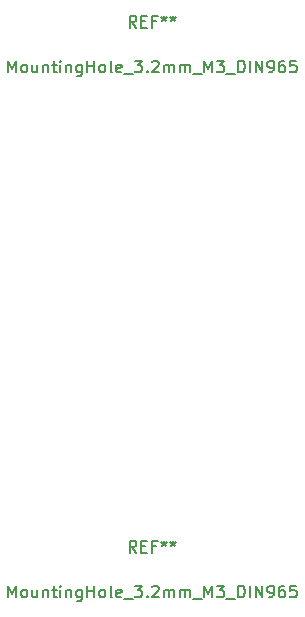
<source format=gbr>
%TF.GenerationSoftware,KiCad,Pcbnew,7.0.7*%
%TF.CreationDate,2023-09-12T23:11:04-05:00*%
%TF.ProjectId,Heater_South,48656174-6572-45f5-936f-7574682e6b69,rev?*%
%TF.SameCoordinates,Original*%
%TF.FileFunction,AssemblyDrawing,Top*%
%FSLAX46Y46*%
G04 Gerber Fmt 4.6, Leading zero omitted, Abs format (unit mm)*
G04 Created by KiCad (PCBNEW 7.0.7) date 2023-09-12 23:11:04*
%MOMM*%
%LPD*%
G01*
G04 APERTURE LIST*
%ADD10C,0.150000*%
G04 APERTURE END LIST*
D10*
X105919524Y-57594819D02*
X105919524Y-56594819D01*
X105919524Y-56594819D02*
X106252857Y-57309104D01*
X106252857Y-57309104D02*
X106586190Y-56594819D01*
X106586190Y-56594819D02*
X106586190Y-57594819D01*
X107205238Y-57594819D02*
X107110000Y-57547200D01*
X107110000Y-57547200D02*
X107062381Y-57499580D01*
X107062381Y-57499580D02*
X107014762Y-57404342D01*
X107014762Y-57404342D02*
X107014762Y-57118628D01*
X107014762Y-57118628D02*
X107062381Y-57023390D01*
X107062381Y-57023390D02*
X107110000Y-56975771D01*
X107110000Y-56975771D02*
X107205238Y-56928152D01*
X107205238Y-56928152D02*
X107348095Y-56928152D01*
X107348095Y-56928152D02*
X107443333Y-56975771D01*
X107443333Y-56975771D02*
X107490952Y-57023390D01*
X107490952Y-57023390D02*
X107538571Y-57118628D01*
X107538571Y-57118628D02*
X107538571Y-57404342D01*
X107538571Y-57404342D02*
X107490952Y-57499580D01*
X107490952Y-57499580D02*
X107443333Y-57547200D01*
X107443333Y-57547200D02*
X107348095Y-57594819D01*
X107348095Y-57594819D02*
X107205238Y-57594819D01*
X108395714Y-56928152D02*
X108395714Y-57594819D01*
X107967143Y-56928152D02*
X107967143Y-57451961D01*
X107967143Y-57451961D02*
X108014762Y-57547200D01*
X108014762Y-57547200D02*
X108110000Y-57594819D01*
X108110000Y-57594819D02*
X108252857Y-57594819D01*
X108252857Y-57594819D02*
X108348095Y-57547200D01*
X108348095Y-57547200D02*
X108395714Y-57499580D01*
X108871905Y-56928152D02*
X108871905Y-57594819D01*
X108871905Y-57023390D02*
X108919524Y-56975771D01*
X108919524Y-56975771D02*
X109014762Y-56928152D01*
X109014762Y-56928152D02*
X109157619Y-56928152D01*
X109157619Y-56928152D02*
X109252857Y-56975771D01*
X109252857Y-56975771D02*
X109300476Y-57071009D01*
X109300476Y-57071009D02*
X109300476Y-57594819D01*
X109633810Y-56928152D02*
X110014762Y-56928152D01*
X109776667Y-56594819D02*
X109776667Y-57451961D01*
X109776667Y-57451961D02*
X109824286Y-57547200D01*
X109824286Y-57547200D02*
X109919524Y-57594819D01*
X109919524Y-57594819D02*
X110014762Y-57594819D01*
X110348096Y-57594819D02*
X110348096Y-56928152D01*
X110348096Y-56594819D02*
X110300477Y-56642438D01*
X110300477Y-56642438D02*
X110348096Y-56690057D01*
X110348096Y-56690057D02*
X110395715Y-56642438D01*
X110395715Y-56642438D02*
X110348096Y-56594819D01*
X110348096Y-56594819D02*
X110348096Y-56690057D01*
X110824286Y-56928152D02*
X110824286Y-57594819D01*
X110824286Y-57023390D02*
X110871905Y-56975771D01*
X110871905Y-56975771D02*
X110967143Y-56928152D01*
X110967143Y-56928152D02*
X111110000Y-56928152D01*
X111110000Y-56928152D02*
X111205238Y-56975771D01*
X111205238Y-56975771D02*
X111252857Y-57071009D01*
X111252857Y-57071009D02*
X111252857Y-57594819D01*
X112157619Y-56928152D02*
X112157619Y-57737676D01*
X112157619Y-57737676D02*
X112110000Y-57832914D01*
X112110000Y-57832914D02*
X112062381Y-57880533D01*
X112062381Y-57880533D02*
X111967143Y-57928152D01*
X111967143Y-57928152D02*
X111824286Y-57928152D01*
X111824286Y-57928152D02*
X111729048Y-57880533D01*
X112157619Y-57547200D02*
X112062381Y-57594819D01*
X112062381Y-57594819D02*
X111871905Y-57594819D01*
X111871905Y-57594819D02*
X111776667Y-57547200D01*
X111776667Y-57547200D02*
X111729048Y-57499580D01*
X111729048Y-57499580D02*
X111681429Y-57404342D01*
X111681429Y-57404342D02*
X111681429Y-57118628D01*
X111681429Y-57118628D02*
X111729048Y-57023390D01*
X111729048Y-57023390D02*
X111776667Y-56975771D01*
X111776667Y-56975771D02*
X111871905Y-56928152D01*
X111871905Y-56928152D02*
X112062381Y-56928152D01*
X112062381Y-56928152D02*
X112157619Y-56975771D01*
X112633810Y-57594819D02*
X112633810Y-56594819D01*
X112633810Y-57071009D02*
X113205238Y-57071009D01*
X113205238Y-57594819D02*
X113205238Y-56594819D01*
X113824286Y-57594819D02*
X113729048Y-57547200D01*
X113729048Y-57547200D02*
X113681429Y-57499580D01*
X113681429Y-57499580D02*
X113633810Y-57404342D01*
X113633810Y-57404342D02*
X113633810Y-57118628D01*
X113633810Y-57118628D02*
X113681429Y-57023390D01*
X113681429Y-57023390D02*
X113729048Y-56975771D01*
X113729048Y-56975771D02*
X113824286Y-56928152D01*
X113824286Y-56928152D02*
X113967143Y-56928152D01*
X113967143Y-56928152D02*
X114062381Y-56975771D01*
X114062381Y-56975771D02*
X114110000Y-57023390D01*
X114110000Y-57023390D02*
X114157619Y-57118628D01*
X114157619Y-57118628D02*
X114157619Y-57404342D01*
X114157619Y-57404342D02*
X114110000Y-57499580D01*
X114110000Y-57499580D02*
X114062381Y-57547200D01*
X114062381Y-57547200D02*
X113967143Y-57594819D01*
X113967143Y-57594819D02*
X113824286Y-57594819D01*
X114729048Y-57594819D02*
X114633810Y-57547200D01*
X114633810Y-57547200D02*
X114586191Y-57451961D01*
X114586191Y-57451961D02*
X114586191Y-56594819D01*
X115490953Y-57547200D02*
X115395715Y-57594819D01*
X115395715Y-57594819D02*
X115205239Y-57594819D01*
X115205239Y-57594819D02*
X115110001Y-57547200D01*
X115110001Y-57547200D02*
X115062382Y-57451961D01*
X115062382Y-57451961D02*
X115062382Y-57071009D01*
X115062382Y-57071009D02*
X115110001Y-56975771D01*
X115110001Y-56975771D02*
X115205239Y-56928152D01*
X115205239Y-56928152D02*
X115395715Y-56928152D01*
X115395715Y-56928152D02*
X115490953Y-56975771D01*
X115490953Y-56975771D02*
X115538572Y-57071009D01*
X115538572Y-57071009D02*
X115538572Y-57166247D01*
X115538572Y-57166247D02*
X115062382Y-57261485D01*
X115729049Y-57690057D02*
X116490953Y-57690057D01*
X116633811Y-56594819D02*
X117252858Y-56594819D01*
X117252858Y-56594819D02*
X116919525Y-56975771D01*
X116919525Y-56975771D02*
X117062382Y-56975771D01*
X117062382Y-56975771D02*
X117157620Y-57023390D01*
X117157620Y-57023390D02*
X117205239Y-57071009D01*
X117205239Y-57071009D02*
X117252858Y-57166247D01*
X117252858Y-57166247D02*
X117252858Y-57404342D01*
X117252858Y-57404342D02*
X117205239Y-57499580D01*
X117205239Y-57499580D02*
X117157620Y-57547200D01*
X117157620Y-57547200D02*
X117062382Y-57594819D01*
X117062382Y-57594819D02*
X116776668Y-57594819D01*
X116776668Y-57594819D02*
X116681430Y-57547200D01*
X116681430Y-57547200D02*
X116633811Y-57499580D01*
X117681430Y-57499580D02*
X117729049Y-57547200D01*
X117729049Y-57547200D02*
X117681430Y-57594819D01*
X117681430Y-57594819D02*
X117633811Y-57547200D01*
X117633811Y-57547200D02*
X117681430Y-57499580D01*
X117681430Y-57499580D02*
X117681430Y-57594819D01*
X118110001Y-56690057D02*
X118157620Y-56642438D01*
X118157620Y-56642438D02*
X118252858Y-56594819D01*
X118252858Y-56594819D02*
X118490953Y-56594819D01*
X118490953Y-56594819D02*
X118586191Y-56642438D01*
X118586191Y-56642438D02*
X118633810Y-56690057D01*
X118633810Y-56690057D02*
X118681429Y-56785295D01*
X118681429Y-56785295D02*
X118681429Y-56880533D01*
X118681429Y-56880533D02*
X118633810Y-57023390D01*
X118633810Y-57023390D02*
X118062382Y-57594819D01*
X118062382Y-57594819D02*
X118681429Y-57594819D01*
X119110001Y-57594819D02*
X119110001Y-56928152D01*
X119110001Y-57023390D02*
X119157620Y-56975771D01*
X119157620Y-56975771D02*
X119252858Y-56928152D01*
X119252858Y-56928152D02*
X119395715Y-56928152D01*
X119395715Y-56928152D02*
X119490953Y-56975771D01*
X119490953Y-56975771D02*
X119538572Y-57071009D01*
X119538572Y-57071009D02*
X119538572Y-57594819D01*
X119538572Y-57071009D02*
X119586191Y-56975771D01*
X119586191Y-56975771D02*
X119681429Y-56928152D01*
X119681429Y-56928152D02*
X119824286Y-56928152D01*
X119824286Y-56928152D02*
X119919525Y-56975771D01*
X119919525Y-56975771D02*
X119967144Y-57071009D01*
X119967144Y-57071009D02*
X119967144Y-57594819D01*
X120443334Y-57594819D02*
X120443334Y-56928152D01*
X120443334Y-57023390D02*
X120490953Y-56975771D01*
X120490953Y-56975771D02*
X120586191Y-56928152D01*
X120586191Y-56928152D02*
X120729048Y-56928152D01*
X120729048Y-56928152D02*
X120824286Y-56975771D01*
X120824286Y-56975771D02*
X120871905Y-57071009D01*
X120871905Y-57071009D02*
X120871905Y-57594819D01*
X120871905Y-57071009D02*
X120919524Y-56975771D01*
X120919524Y-56975771D02*
X121014762Y-56928152D01*
X121014762Y-56928152D02*
X121157619Y-56928152D01*
X121157619Y-56928152D02*
X121252858Y-56975771D01*
X121252858Y-56975771D02*
X121300477Y-57071009D01*
X121300477Y-57071009D02*
X121300477Y-57594819D01*
X121538572Y-57690057D02*
X122300476Y-57690057D01*
X122538572Y-57594819D02*
X122538572Y-56594819D01*
X122538572Y-56594819D02*
X122871905Y-57309104D01*
X122871905Y-57309104D02*
X123205238Y-56594819D01*
X123205238Y-56594819D02*
X123205238Y-57594819D01*
X123586191Y-56594819D02*
X124205238Y-56594819D01*
X124205238Y-56594819D02*
X123871905Y-56975771D01*
X123871905Y-56975771D02*
X124014762Y-56975771D01*
X124014762Y-56975771D02*
X124110000Y-57023390D01*
X124110000Y-57023390D02*
X124157619Y-57071009D01*
X124157619Y-57071009D02*
X124205238Y-57166247D01*
X124205238Y-57166247D02*
X124205238Y-57404342D01*
X124205238Y-57404342D02*
X124157619Y-57499580D01*
X124157619Y-57499580D02*
X124110000Y-57547200D01*
X124110000Y-57547200D02*
X124014762Y-57594819D01*
X124014762Y-57594819D02*
X123729048Y-57594819D01*
X123729048Y-57594819D02*
X123633810Y-57547200D01*
X123633810Y-57547200D02*
X123586191Y-57499580D01*
X124395715Y-57690057D02*
X125157619Y-57690057D01*
X125395715Y-57594819D02*
X125395715Y-56594819D01*
X125395715Y-56594819D02*
X125633810Y-56594819D01*
X125633810Y-56594819D02*
X125776667Y-56642438D01*
X125776667Y-56642438D02*
X125871905Y-56737676D01*
X125871905Y-56737676D02*
X125919524Y-56832914D01*
X125919524Y-56832914D02*
X125967143Y-57023390D01*
X125967143Y-57023390D02*
X125967143Y-57166247D01*
X125967143Y-57166247D02*
X125919524Y-57356723D01*
X125919524Y-57356723D02*
X125871905Y-57451961D01*
X125871905Y-57451961D02*
X125776667Y-57547200D01*
X125776667Y-57547200D02*
X125633810Y-57594819D01*
X125633810Y-57594819D02*
X125395715Y-57594819D01*
X126395715Y-57594819D02*
X126395715Y-56594819D01*
X126871905Y-57594819D02*
X126871905Y-56594819D01*
X126871905Y-56594819D02*
X127443333Y-57594819D01*
X127443333Y-57594819D02*
X127443333Y-56594819D01*
X127967143Y-57594819D02*
X128157619Y-57594819D01*
X128157619Y-57594819D02*
X128252857Y-57547200D01*
X128252857Y-57547200D02*
X128300476Y-57499580D01*
X128300476Y-57499580D02*
X128395714Y-57356723D01*
X128395714Y-57356723D02*
X128443333Y-57166247D01*
X128443333Y-57166247D02*
X128443333Y-56785295D01*
X128443333Y-56785295D02*
X128395714Y-56690057D01*
X128395714Y-56690057D02*
X128348095Y-56642438D01*
X128348095Y-56642438D02*
X128252857Y-56594819D01*
X128252857Y-56594819D02*
X128062381Y-56594819D01*
X128062381Y-56594819D02*
X127967143Y-56642438D01*
X127967143Y-56642438D02*
X127919524Y-56690057D01*
X127919524Y-56690057D02*
X127871905Y-56785295D01*
X127871905Y-56785295D02*
X127871905Y-57023390D01*
X127871905Y-57023390D02*
X127919524Y-57118628D01*
X127919524Y-57118628D02*
X127967143Y-57166247D01*
X127967143Y-57166247D02*
X128062381Y-57213866D01*
X128062381Y-57213866D02*
X128252857Y-57213866D01*
X128252857Y-57213866D02*
X128348095Y-57166247D01*
X128348095Y-57166247D02*
X128395714Y-57118628D01*
X128395714Y-57118628D02*
X128443333Y-57023390D01*
X129300476Y-56594819D02*
X129110000Y-56594819D01*
X129110000Y-56594819D02*
X129014762Y-56642438D01*
X129014762Y-56642438D02*
X128967143Y-56690057D01*
X128967143Y-56690057D02*
X128871905Y-56832914D01*
X128871905Y-56832914D02*
X128824286Y-57023390D01*
X128824286Y-57023390D02*
X128824286Y-57404342D01*
X128824286Y-57404342D02*
X128871905Y-57499580D01*
X128871905Y-57499580D02*
X128919524Y-57547200D01*
X128919524Y-57547200D02*
X129014762Y-57594819D01*
X129014762Y-57594819D02*
X129205238Y-57594819D01*
X129205238Y-57594819D02*
X129300476Y-57547200D01*
X129300476Y-57547200D02*
X129348095Y-57499580D01*
X129348095Y-57499580D02*
X129395714Y-57404342D01*
X129395714Y-57404342D02*
X129395714Y-57166247D01*
X129395714Y-57166247D02*
X129348095Y-57071009D01*
X129348095Y-57071009D02*
X129300476Y-57023390D01*
X129300476Y-57023390D02*
X129205238Y-56975771D01*
X129205238Y-56975771D02*
X129014762Y-56975771D01*
X129014762Y-56975771D02*
X128919524Y-57023390D01*
X128919524Y-57023390D02*
X128871905Y-57071009D01*
X128871905Y-57071009D02*
X128824286Y-57166247D01*
X130300476Y-56594819D02*
X129824286Y-56594819D01*
X129824286Y-56594819D02*
X129776667Y-57071009D01*
X129776667Y-57071009D02*
X129824286Y-57023390D01*
X129824286Y-57023390D02*
X129919524Y-56975771D01*
X129919524Y-56975771D02*
X130157619Y-56975771D01*
X130157619Y-56975771D02*
X130252857Y-57023390D01*
X130252857Y-57023390D02*
X130300476Y-57071009D01*
X130300476Y-57071009D02*
X130348095Y-57166247D01*
X130348095Y-57166247D02*
X130348095Y-57404342D01*
X130348095Y-57404342D02*
X130300476Y-57499580D01*
X130300476Y-57499580D02*
X130252857Y-57547200D01*
X130252857Y-57547200D02*
X130157619Y-57594819D01*
X130157619Y-57594819D02*
X129919524Y-57594819D01*
X129919524Y-57594819D02*
X129824286Y-57547200D01*
X129824286Y-57547200D02*
X129776667Y-57499580D01*
X116776666Y-53794819D02*
X116443333Y-53318628D01*
X116205238Y-53794819D02*
X116205238Y-52794819D01*
X116205238Y-52794819D02*
X116586190Y-52794819D01*
X116586190Y-52794819D02*
X116681428Y-52842438D01*
X116681428Y-52842438D02*
X116729047Y-52890057D01*
X116729047Y-52890057D02*
X116776666Y-52985295D01*
X116776666Y-52985295D02*
X116776666Y-53128152D01*
X116776666Y-53128152D02*
X116729047Y-53223390D01*
X116729047Y-53223390D02*
X116681428Y-53271009D01*
X116681428Y-53271009D02*
X116586190Y-53318628D01*
X116586190Y-53318628D02*
X116205238Y-53318628D01*
X117205238Y-53271009D02*
X117538571Y-53271009D01*
X117681428Y-53794819D02*
X117205238Y-53794819D01*
X117205238Y-53794819D02*
X117205238Y-52794819D01*
X117205238Y-52794819D02*
X117681428Y-52794819D01*
X118443333Y-53271009D02*
X118110000Y-53271009D01*
X118110000Y-53794819D02*
X118110000Y-52794819D01*
X118110000Y-52794819D02*
X118586190Y-52794819D01*
X119110000Y-52794819D02*
X119110000Y-53032914D01*
X118871905Y-52937676D02*
X119110000Y-53032914D01*
X119110000Y-53032914D02*
X119348095Y-52937676D01*
X118967143Y-53223390D02*
X119110000Y-53032914D01*
X119110000Y-53032914D02*
X119252857Y-53223390D01*
X119871905Y-52794819D02*
X119871905Y-53032914D01*
X119633810Y-52937676D02*
X119871905Y-53032914D01*
X119871905Y-53032914D02*
X120110000Y-52937676D01*
X119729048Y-53223390D02*
X119871905Y-53032914D01*
X119871905Y-53032914D02*
X120014762Y-53223390D01*
X105919524Y-102044819D02*
X105919524Y-101044819D01*
X105919524Y-101044819D02*
X106252857Y-101759104D01*
X106252857Y-101759104D02*
X106586190Y-101044819D01*
X106586190Y-101044819D02*
X106586190Y-102044819D01*
X107205238Y-102044819D02*
X107110000Y-101997200D01*
X107110000Y-101997200D02*
X107062381Y-101949580D01*
X107062381Y-101949580D02*
X107014762Y-101854342D01*
X107014762Y-101854342D02*
X107014762Y-101568628D01*
X107014762Y-101568628D02*
X107062381Y-101473390D01*
X107062381Y-101473390D02*
X107110000Y-101425771D01*
X107110000Y-101425771D02*
X107205238Y-101378152D01*
X107205238Y-101378152D02*
X107348095Y-101378152D01*
X107348095Y-101378152D02*
X107443333Y-101425771D01*
X107443333Y-101425771D02*
X107490952Y-101473390D01*
X107490952Y-101473390D02*
X107538571Y-101568628D01*
X107538571Y-101568628D02*
X107538571Y-101854342D01*
X107538571Y-101854342D02*
X107490952Y-101949580D01*
X107490952Y-101949580D02*
X107443333Y-101997200D01*
X107443333Y-101997200D02*
X107348095Y-102044819D01*
X107348095Y-102044819D02*
X107205238Y-102044819D01*
X108395714Y-101378152D02*
X108395714Y-102044819D01*
X107967143Y-101378152D02*
X107967143Y-101901961D01*
X107967143Y-101901961D02*
X108014762Y-101997200D01*
X108014762Y-101997200D02*
X108110000Y-102044819D01*
X108110000Y-102044819D02*
X108252857Y-102044819D01*
X108252857Y-102044819D02*
X108348095Y-101997200D01*
X108348095Y-101997200D02*
X108395714Y-101949580D01*
X108871905Y-101378152D02*
X108871905Y-102044819D01*
X108871905Y-101473390D02*
X108919524Y-101425771D01*
X108919524Y-101425771D02*
X109014762Y-101378152D01*
X109014762Y-101378152D02*
X109157619Y-101378152D01*
X109157619Y-101378152D02*
X109252857Y-101425771D01*
X109252857Y-101425771D02*
X109300476Y-101521009D01*
X109300476Y-101521009D02*
X109300476Y-102044819D01*
X109633810Y-101378152D02*
X110014762Y-101378152D01*
X109776667Y-101044819D02*
X109776667Y-101901961D01*
X109776667Y-101901961D02*
X109824286Y-101997200D01*
X109824286Y-101997200D02*
X109919524Y-102044819D01*
X109919524Y-102044819D02*
X110014762Y-102044819D01*
X110348096Y-102044819D02*
X110348096Y-101378152D01*
X110348096Y-101044819D02*
X110300477Y-101092438D01*
X110300477Y-101092438D02*
X110348096Y-101140057D01*
X110348096Y-101140057D02*
X110395715Y-101092438D01*
X110395715Y-101092438D02*
X110348096Y-101044819D01*
X110348096Y-101044819D02*
X110348096Y-101140057D01*
X110824286Y-101378152D02*
X110824286Y-102044819D01*
X110824286Y-101473390D02*
X110871905Y-101425771D01*
X110871905Y-101425771D02*
X110967143Y-101378152D01*
X110967143Y-101378152D02*
X111110000Y-101378152D01*
X111110000Y-101378152D02*
X111205238Y-101425771D01*
X111205238Y-101425771D02*
X111252857Y-101521009D01*
X111252857Y-101521009D02*
X111252857Y-102044819D01*
X112157619Y-101378152D02*
X112157619Y-102187676D01*
X112157619Y-102187676D02*
X112110000Y-102282914D01*
X112110000Y-102282914D02*
X112062381Y-102330533D01*
X112062381Y-102330533D02*
X111967143Y-102378152D01*
X111967143Y-102378152D02*
X111824286Y-102378152D01*
X111824286Y-102378152D02*
X111729048Y-102330533D01*
X112157619Y-101997200D02*
X112062381Y-102044819D01*
X112062381Y-102044819D02*
X111871905Y-102044819D01*
X111871905Y-102044819D02*
X111776667Y-101997200D01*
X111776667Y-101997200D02*
X111729048Y-101949580D01*
X111729048Y-101949580D02*
X111681429Y-101854342D01*
X111681429Y-101854342D02*
X111681429Y-101568628D01*
X111681429Y-101568628D02*
X111729048Y-101473390D01*
X111729048Y-101473390D02*
X111776667Y-101425771D01*
X111776667Y-101425771D02*
X111871905Y-101378152D01*
X111871905Y-101378152D02*
X112062381Y-101378152D01*
X112062381Y-101378152D02*
X112157619Y-101425771D01*
X112633810Y-102044819D02*
X112633810Y-101044819D01*
X112633810Y-101521009D02*
X113205238Y-101521009D01*
X113205238Y-102044819D02*
X113205238Y-101044819D01*
X113824286Y-102044819D02*
X113729048Y-101997200D01*
X113729048Y-101997200D02*
X113681429Y-101949580D01*
X113681429Y-101949580D02*
X113633810Y-101854342D01*
X113633810Y-101854342D02*
X113633810Y-101568628D01*
X113633810Y-101568628D02*
X113681429Y-101473390D01*
X113681429Y-101473390D02*
X113729048Y-101425771D01*
X113729048Y-101425771D02*
X113824286Y-101378152D01*
X113824286Y-101378152D02*
X113967143Y-101378152D01*
X113967143Y-101378152D02*
X114062381Y-101425771D01*
X114062381Y-101425771D02*
X114110000Y-101473390D01*
X114110000Y-101473390D02*
X114157619Y-101568628D01*
X114157619Y-101568628D02*
X114157619Y-101854342D01*
X114157619Y-101854342D02*
X114110000Y-101949580D01*
X114110000Y-101949580D02*
X114062381Y-101997200D01*
X114062381Y-101997200D02*
X113967143Y-102044819D01*
X113967143Y-102044819D02*
X113824286Y-102044819D01*
X114729048Y-102044819D02*
X114633810Y-101997200D01*
X114633810Y-101997200D02*
X114586191Y-101901961D01*
X114586191Y-101901961D02*
X114586191Y-101044819D01*
X115490953Y-101997200D02*
X115395715Y-102044819D01*
X115395715Y-102044819D02*
X115205239Y-102044819D01*
X115205239Y-102044819D02*
X115110001Y-101997200D01*
X115110001Y-101997200D02*
X115062382Y-101901961D01*
X115062382Y-101901961D02*
X115062382Y-101521009D01*
X115062382Y-101521009D02*
X115110001Y-101425771D01*
X115110001Y-101425771D02*
X115205239Y-101378152D01*
X115205239Y-101378152D02*
X115395715Y-101378152D01*
X115395715Y-101378152D02*
X115490953Y-101425771D01*
X115490953Y-101425771D02*
X115538572Y-101521009D01*
X115538572Y-101521009D02*
X115538572Y-101616247D01*
X115538572Y-101616247D02*
X115062382Y-101711485D01*
X115729049Y-102140057D02*
X116490953Y-102140057D01*
X116633811Y-101044819D02*
X117252858Y-101044819D01*
X117252858Y-101044819D02*
X116919525Y-101425771D01*
X116919525Y-101425771D02*
X117062382Y-101425771D01*
X117062382Y-101425771D02*
X117157620Y-101473390D01*
X117157620Y-101473390D02*
X117205239Y-101521009D01*
X117205239Y-101521009D02*
X117252858Y-101616247D01*
X117252858Y-101616247D02*
X117252858Y-101854342D01*
X117252858Y-101854342D02*
X117205239Y-101949580D01*
X117205239Y-101949580D02*
X117157620Y-101997200D01*
X117157620Y-101997200D02*
X117062382Y-102044819D01*
X117062382Y-102044819D02*
X116776668Y-102044819D01*
X116776668Y-102044819D02*
X116681430Y-101997200D01*
X116681430Y-101997200D02*
X116633811Y-101949580D01*
X117681430Y-101949580D02*
X117729049Y-101997200D01*
X117729049Y-101997200D02*
X117681430Y-102044819D01*
X117681430Y-102044819D02*
X117633811Y-101997200D01*
X117633811Y-101997200D02*
X117681430Y-101949580D01*
X117681430Y-101949580D02*
X117681430Y-102044819D01*
X118110001Y-101140057D02*
X118157620Y-101092438D01*
X118157620Y-101092438D02*
X118252858Y-101044819D01*
X118252858Y-101044819D02*
X118490953Y-101044819D01*
X118490953Y-101044819D02*
X118586191Y-101092438D01*
X118586191Y-101092438D02*
X118633810Y-101140057D01*
X118633810Y-101140057D02*
X118681429Y-101235295D01*
X118681429Y-101235295D02*
X118681429Y-101330533D01*
X118681429Y-101330533D02*
X118633810Y-101473390D01*
X118633810Y-101473390D02*
X118062382Y-102044819D01*
X118062382Y-102044819D02*
X118681429Y-102044819D01*
X119110001Y-102044819D02*
X119110001Y-101378152D01*
X119110001Y-101473390D02*
X119157620Y-101425771D01*
X119157620Y-101425771D02*
X119252858Y-101378152D01*
X119252858Y-101378152D02*
X119395715Y-101378152D01*
X119395715Y-101378152D02*
X119490953Y-101425771D01*
X119490953Y-101425771D02*
X119538572Y-101521009D01*
X119538572Y-101521009D02*
X119538572Y-102044819D01*
X119538572Y-101521009D02*
X119586191Y-101425771D01*
X119586191Y-101425771D02*
X119681429Y-101378152D01*
X119681429Y-101378152D02*
X119824286Y-101378152D01*
X119824286Y-101378152D02*
X119919525Y-101425771D01*
X119919525Y-101425771D02*
X119967144Y-101521009D01*
X119967144Y-101521009D02*
X119967144Y-102044819D01*
X120443334Y-102044819D02*
X120443334Y-101378152D01*
X120443334Y-101473390D02*
X120490953Y-101425771D01*
X120490953Y-101425771D02*
X120586191Y-101378152D01*
X120586191Y-101378152D02*
X120729048Y-101378152D01*
X120729048Y-101378152D02*
X120824286Y-101425771D01*
X120824286Y-101425771D02*
X120871905Y-101521009D01*
X120871905Y-101521009D02*
X120871905Y-102044819D01*
X120871905Y-101521009D02*
X120919524Y-101425771D01*
X120919524Y-101425771D02*
X121014762Y-101378152D01*
X121014762Y-101378152D02*
X121157619Y-101378152D01*
X121157619Y-101378152D02*
X121252858Y-101425771D01*
X121252858Y-101425771D02*
X121300477Y-101521009D01*
X121300477Y-101521009D02*
X121300477Y-102044819D01*
X121538572Y-102140057D02*
X122300476Y-102140057D01*
X122538572Y-102044819D02*
X122538572Y-101044819D01*
X122538572Y-101044819D02*
X122871905Y-101759104D01*
X122871905Y-101759104D02*
X123205238Y-101044819D01*
X123205238Y-101044819D02*
X123205238Y-102044819D01*
X123586191Y-101044819D02*
X124205238Y-101044819D01*
X124205238Y-101044819D02*
X123871905Y-101425771D01*
X123871905Y-101425771D02*
X124014762Y-101425771D01*
X124014762Y-101425771D02*
X124110000Y-101473390D01*
X124110000Y-101473390D02*
X124157619Y-101521009D01*
X124157619Y-101521009D02*
X124205238Y-101616247D01*
X124205238Y-101616247D02*
X124205238Y-101854342D01*
X124205238Y-101854342D02*
X124157619Y-101949580D01*
X124157619Y-101949580D02*
X124110000Y-101997200D01*
X124110000Y-101997200D02*
X124014762Y-102044819D01*
X124014762Y-102044819D02*
X123729048Y-102044819D01*
X123729048Y-102044819D02*
X123633810Y-101997200D01*
X123633810Y-101997200D02*
X123586191Y-101949580D01*
X124395715Y-102140057D02*
X125157619Y-102140057D01*
X125395715Y-102044819D02*
X125395715Y-101044819D01*
X125395715Y-101044819D02*
X125633810Y-101044819D01*
X125633810Y-101044819D02*
X125776667Y-101092438D01*
X125776667Y-101092438D02*
X125871905Y-101187676D01*
X125871905Y-101187676D02*
X125919524Y-101282914D01*
X125919524Y-101282914D02*
X125967143Y-101473390D01*
X125967143Y-101473390D02*
X125967143Y-101616247D01*
X125967143Y-101616247D02*
X125919524Y-101806723D01*
X125919524Y-101806723D02*
X125871905Y-101901961D01*
X125871905Y-101901961D02*
X125776667Y-101997200D01*
X125776667Y-101997200D02*
X125633810Y-102044819D01*
X125633810Y-102044819D02*
X125395715Y-102044819D01*
X126395715Y-102044819D02*
X126395715Y-101044819D01*
X126871905Y-102044819D02*
X126871905Y-101044819D01*
X126871905Y-101044819D02*
X127443333Y-102044819D01*
X127443333Y-102044819D02*
X127443333Y-101044819D01*
X127967143Y-102044819D02*
X128157619Y-102044819D01*
X128157619Y-102044819D02*
X128252857Y-101997200D01*
X128252857Y-101997200D02*
X128300476Y-101949580D01*
X128300476Y-101949580D02*
X128395714Y-101806723D01*
X128395714Y-101806723D02*
X128443333Y-101616247D01*
X128443333Y-101616247D02*
X128443333Y-101235295D01*
X128443333Y-101235295D02*
X128395714Y-101140057D01*
X128395714Y-101140057D02*
X128348095Y-101092438D01*
X128348095Y-101092438D02*
X128252857Y-101044819D01*
X128252857Y-101044819D02*
X128062381Y-101044819D01*
X128062381Y-101044819D02*
X127967143Y-101092438D01*
X127967143Y-101092438D02*
X127919524Y-101140057D01*
X127919524Y-101140057D02*
X127871905Y-101235295D01*
X127871905Y-101235295D02*
X127871905Y-101473390D01*
X127871905Y-101473390D02*
X127919524Y-101568628D01*
X127919524Y-101568628D02*
X127967143Y-101616247D01*
X127967143Y-101616247D02*
X128062381Y-101663866D01*
X128062381Y-101663866D02*
X128252857Y-101663866D01*
X128252857Y-101663866D02*
X128348095Y-101616247D01*
X128348095Y-101616247D02*
X128395714Y-101568628D01*
X128395714Y-101568628D02*
X128443333Y-101473390D01*
X129300476Y-101044819D02*
X129110000Y-101044819D01*
X129110000Y-101044819D02*
X129014762Y-101092438D01*
X129014762Y-101092438D02*
X128967143Y-101140057D01*
X128967143Y-101140057D02*
X128871905Y-101282914D01*
X128871905Y-101282914D02*
X128824286Y-101473390D01*
X128824286Y-101473390D02*
X128824286Y-101854342D01*
X128824286Y-101854342D02*
X128871905Y-101949580D01*
X128871905Y-101949580D02*
X128919524Y-101997200D01*
X128919524Y-101997200D02*
X129014762Y-102044819D01*
X129014762Y-102044819D02*
X129205238Y-102044819D01*
X129205238Y-102044819D02*
X129300476Y-101997200D01*
X129300476Y-101997200D02*
X129348095Y-101949580D01*
X129348095Y-101949580D02*
X129395714Y-101854342D01*
X129395714Y-101854342D02*
X129395714Y-101616247D01*
X129395714Y-101616247D02*
X129348095Y-101521009D01*
X129348095Y-101521009D02*
X129300476Y-101473390D01*
X129300476Y-101473390D02*
X129205238Y-101425771D01*
X129205238Y-101425771D02*
X129014762Y-101425771D01*
X129014762Y-101425771D02*
X128919524Y-101473390D01*
X128919524Y-101473390D02*
X128871905Y-101521009D01*
X128871905Y-101521009D02*
X128824286Y-101616247D01*
X130300476Y-101044819D02*
X129824286Y-101044819D01*
X129824286Y-101044819D02*
X129776667Y-101521009D01*
X129776667Y-101521009D02*
X129824286Y-101473390D01*
X129824286Y-101473390D02*
X129919524Y-101425771D01*
X129919524Y-101425771D02*
X130157619Y-101425771D01*
X130157619Y-101425771D02*
X130252857Y-101473390D01*
X130252857Y-101473390D02*
X130300476Y-101521009D01*
X130300476Y-101521009D02*
X130348095Y-101616247D01*
X130348095Y-101616247D02*
X130348095Y-101854342D01*
X130348095Y-101854342D02*
X130300476Y-101949580D01*
X130300476Y-101949580D02*
X130252857Y-101997200D01*
X130252857Y-101997200D02*
X130157619Y-102044819D01*
X130157619Y-102044819D02*
X129919524Y-102044819D01*
X129919524Y-102044819D02*
X129824286Y-101997200D01*
X129824286Y-101997200D02*
X129776667Y-101949580D01*
X116776666Y-98244819D02*
X116443333Y-97768628D01*
X116205238Y-98244819D02*
X116205238Y-97244819D01*
X116205238Y-97244819D02*
X116586190Y-97244819D01*
X116586190Y-97244819D02*
X116681428Y-97292438D01*
X116681428Y-97292438D02*
X116729047Y-97340057D01*
X116729047Y-97340057D02*
X116776666Y-97435295D01*
X116776666Y-97435295D02*
X116776666Y-97578152D01*
X116776666Y-97578152D02*
X116729047Y-97673390D01*
X116729047Y-97673390D02*
X116681428Y-97721009D01*
X116681428Y-97721009D02*
X116586190Y-97768628D01*
X116586190Y-97768628D02*
X116205238Y-97768628D01*
X117205238Y-97721009D02*
X117538571Y-97721009D01*
X117681428Y-98244819D02*
X117205238Y-98244819D01*
X117205238Y-98244819D02*
X117205238Y-97244819D01*
X117205238Y-97244819D02*
X117681428Y-97244819D01*
X118443333Y-97721009D02*
X118110000Y-97721009D01*
X118110000Y-98244819D02*
X118110000Y-97244819D01*
X118110000Y-97244819D02*
X118586190Y-97244819D01*
X119110000Y-97244819D02*
X119110000Y-97482914D01*
X118871905Y-97387676D02*
X119110000Y-97482914D01*
X119110000Y-97482914D02*
X119348095Y-97387676D01*
X118967143Y-97673390D02*
X119110000Y-97482914D01*
X119110000Y-97482914D02*
X119252857Y-97673390D01*
X119871905Y-97244819D02*
X119871905Y-97482914D01*
X119633810Y-97387676D02*
X119871905Y-97482914D01*
X119871905Y-97482914D02*
X120110000Y-97387676D01*
X119729048Y-97673390D02*
X119871905Y-97482914D01*
X119871905Y-97482914D02*
X120014762Y-97673390D01*
M02*

</source>
